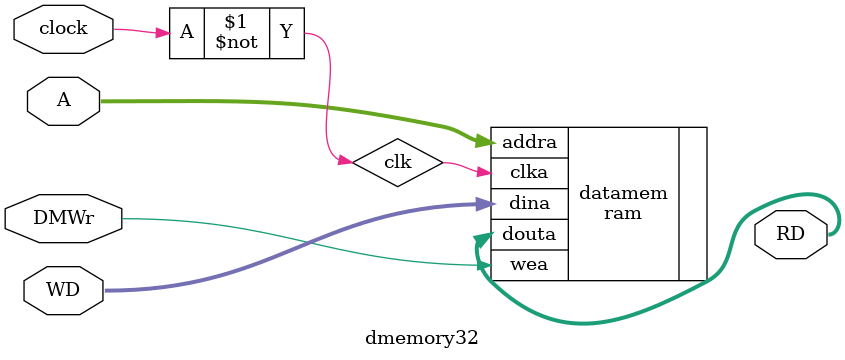
<source format=v>
`timescale 1ns / 1ps
module dmemory32(
    input clock,//ÏµÍ³Ê±ÖÓ
    input [13:0] A,//Êý¾ÝµØÖ·
    input [31:0] WD,//ÊäÈëµÄÊý¾Ý
    input DMWr,//Ð´Ê¹ÄÜ
    output [31:0] RD//Êä³öµÄÊý¾Ý
    );
    wire clk;
    assign clk = ~clock;
    //Ê¹ÓÃÐ¾Æ¬µÄ¹ÌÓÐÑÓ³Ù£¬RAMµØÖ·ÏßÀ´²»¼°ÔÚÊ±ÖÓÉÏÉýÑØ×¼±¸ºÃ£¬
    //Ê¹µÃÊ±ÖÓÉÏÉýÑØÊý¾Ý¶Á³öÓÐÎó£¬ËùÒÔ²ÉÓÃ·´ÏàÊ±ÖÓ£¬
    //Ê¹µÃ¶Á³öÊý¾Ý±ÈµØÖ·×¼±¸ºÃÒªÍí´óÔ¼°ë¸öÊ±ÖÓ£¬´Ó¶øµÃµ½ÕýÈ·µØÖ·
    
    //·ÖÅä64KB RAM
    ram datamem (
      .clka(clk),    // input wire clka
      .wea(DMWr),      // input wire [0 : 0] wea
      .addra(A),  // input wire [13 : 0] addra
      .dina(WD),    // input wire [31 : 0] dina
      .douta(RD)  // output wire [31 : 0] douta
    );
endmodule

</source>
